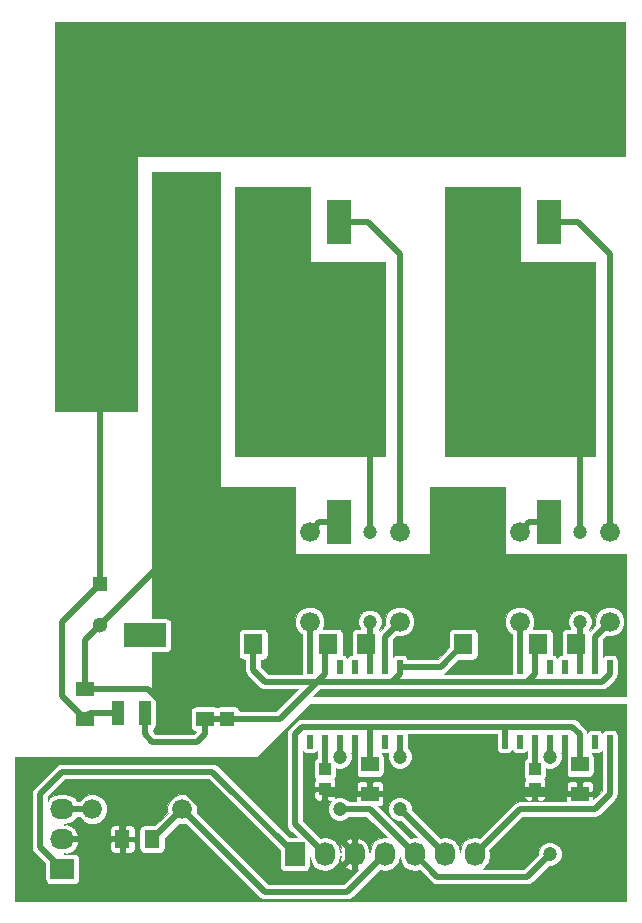
<source format=gbr>
G04 #@! TF.FileFunction,Copper,L2,Bot,Signal*
%FSLAX46Y46*%
G04 Gerber Fmt 4.6, Leading zero omitted, Abs format (unit mm)*
G04 Created by KiCad (PCBNEW 4.0.2-stable) date 2016/07/13 17:42:33*
%MOMM*%
G01*
G04 APERTURE LIST*
%ADD10C,0.100000*%
%ADD11C,1.300000*%
%ADD12R,1.300000X1.300000*%
%ADD13R,2.032000X1.727200*%
%ADD14O,2.032000X1.727200*%
%ADD15R,1.727200X2.032000*%
%ADD16O,1.727200X2.032000*%
%ADD17R,1.500000X1.300000*%
%ADD18R,1.600000X1.800000*%
%ADD19R,1.300000X1.500000*%
%ADD20R,1.998980X3.799840*%
%ADD21R,11.501120X8.999220*%
%ADD22C,1.676400*%
%ADD23R,3.657600X2.032000*%
%ADD24R,1.016000X2.032000*%
%ADD25R,0.508000X1.143000*%
%ADD26R,1.000000X1.100000*%
%ADD27C,1.200000*%
%ADD28C,0.500000*%
%ADD29C,0.025400*%
G04 APERTURE END LIST*
D10*
D11*
X78740000Y-72715000D03*
D12*
X78740000Y-69215000D03*
D13*
X75565000Y-93345000D03*
D14*
X75565000Y-90805000D03*
X75565000Y-88265000D03*
D15*
X95250000Y-92075000D03*
D16*
X97790000Y-92075000D03*
X100330000Y-92075000D03*
X102870000Y-92075000D03*
X105410000Y-92075000D03*
X107950000Y-92075000D03*
X110490000Y-92075000D03*
D11*
X89535000Y-77145000D03*
D12*
X89535000Y-80645000D03*
D17*
X101600000Y-84475000D03*
X101600000Y-86975000D03*
X119380000Y-84475000D03*
X119380000Y-86975000D03*
X77470000Y-80625000D03*
X77470000Y-78125000D03*
X87630000Y-80625000D03*
X87630000Y-78125000D03*
D18*
X98095000Y-74295000D03*
X101295000Y-74295000D03*
X109525000Y-74295000D03*
X112725000Y-74295000D03*
X115875000Y-74295000D03*
X119075000Y-74295000D03*
X91745000Y-74295000D03*
X94945000Y-74295000D03*
D19*
X80665000Y-90805000D03*
X83165000Y-90805000D03*
D12*
X78740000Y-53340000D03*
D11*
X86240000Y-53340000D03*
D12*
X78740000Y-35560000D03*
D11*
X86240000Y-35560000D03*
D20*
X99019360Y-38569900D03*
X94020640Y-38569900D03*
D21*
X96520000Y-27470100D03*
D20*
X99019360Y-63969900D03*
X94020640Y-63969900D03*
D21*
X96520000Y-52870100D03*
D20*
X116799360Y-38569900D03*
X111800640Y-38569900D03*
D21*
X114300000Y-27470100D03*
D20*
X116799360Y-63969900D03*
X111800640Y-63969900D03*
D21*
X114300000Y-52870100D03*
D22*
X104140000Y-64770000D03*
X104140000Y-72390000D03*
X96520000Y-64770000D03*
X96520000Y-72390000D03*
X121920000Y-64770000D03*
X121920000Y-72390000D03*
X114300000Y-64770000D03*
X114300000Y-72390000D03*
X78105000Y-88265000D03*
X85725000Y-88265000D03*
D23*
X82550000Y-73533000D03*
D24*
X82550000Y-80137000D03*
X80264000Y-80137000D03*
X84836000Y-80137000D03*
D25*
X104140000Y-76200000D03*
X101600000Y-76200000D03*
X100330000Y-76200000D03*
X99060000Y-76200000D03*
X97790000Y-76200000D03*
X96520000Y-76200000D03*
X95250000Y-76200000D03*
X95250000Y-82550000D03*
X96520000Y-82550000D03*
X97790000Y-82550000D03*
X99060000Y-82550000D03*
X100330000Y-82550000D03*
X101600000Y-82550000D03*
X102870000Y-82550000D03*
X104140000Y-82550000D03*
X102870000Y-76200000D03*
X121920000Y-76200000D03*
X119380000Y-76200000D03*
X118110000Y-76200000D03*
X116840000Y-76200000D03*
X115570000Y-76200000D03*
X114300000Y-76200000D03*
X113030000Y-76200000D03*
X113030000Y-82550000D03*
X114300000Y-82550000D03*
X115570000Y-82550000D03*
X116840000Y-82550000D03*
X118110000Y-82550000D03*
X119380000Y-82550000D03*
X120650000Y-82550000D03*
X121920000Y-82550000D03*
X120650000Y-76200000D03*
D26*
X97790000Y-84875000D03*
X97790000Y-86575000D03*
X115570000Y-84875000D03*
X115570000Y-86575000D03*
D27*
X101600000Y-72390000D03*
X101600000Y-64770000D03*
X119380000Y-72390000D03*
X119380000Y-64770000D03*
X116840000Y-83820000D03*
X116840000Y-92075000D03*
X99060000Y-83820000D03*
X99060000Y-88265000D03*
X104140000Y-83820000D03*
X104140000Y-88265000D03*
D28*
X97790000Y-92075000D02*
X95250000Y-89535000D01*
X95250000Y-89535000D02*
X95250000Y-82550000D01*
X95250000Y-89535000D02*
X95250000Y-82550000D01*
X101600000Y-84475000D02*
X101600000Y-82550000D01*
X119380000Y-82550000D02*
X119380000Y-84475000D01*
X101600000Y-82550000D02*
X101600000Y-81280000D01*
X113030000Y-82550000D02*
X113030000Y-81280000D01*
X95250000Y-82550000D02*
X95250000Y-81915000D01*
X119380000Y-81915000D02*
X119380000Y-82550000D01*
X118745000Y-81280000D02*
X119380000Y-81915000D01*
X95885000Y-81280000D02*
X101600000Y-81280000D01*
X101600000Y-81280000D02*
X113030000Y-81280000D01*
X113030000Y-81280000D02*
X118745000Y-81280000D01*
X95250000Y-81915000D02*
X95885000Y-81280000D01*
X100330000Y-92075000D02*
X98425000Y-93980000D01*
X80665000Y-88880000D02*
X80665000Y-90805000D01*
X83185000Y-86360000D02*
X80665000Y-88880000D01*
X85725000Y-86360000D02*
X83185000Y-86360000D01*
X93345000Y-93980000D02*
X85725000Y-86360000D01*
X98425000Y-93980000D02*
X93345000Y-93980000D01*
X75565000Y-90805000D02*
X80665000Y-90805000D01*
X100330000Y-92075000D02*
X97790000Y-89535000D01*
X97790000Y-89535000D02*
X97790000Y-86575000D01*
X100330000Y-82550000D02*
X100330000Y-86995000D01*
X100330000Y-86995000D02*
X100330000Y-86975000D01*
X114935000Y-86975000D02*
X115170000Y-86975000D01*
X115170000Y-86975000D02*
X115570000Y-86575000D01*
X97790000Y-86575000D02*
X98190000Y-86975000D01*
X98190000Y-86975000D02*
X100330000Y-86975000D01*
X100330000Y-86975000D02*
X101600000Y-86975000D01*
X100965000Y-86995000D02*
X101580000Y-86995000D01*
X101580000Y-86995000D02*
X101600000Y-86975000D01*
X118110000Y-82550000D02*
X118110000Y-86995000D01*
X118110000Y-86995000D02*
X118110000Y-86975000D01*
X101600000Y-86975000D02*
X114935000Y-86975000D01*
X114935000Y-86975000D02*
X118110000Y-86975000D01*
X118110000Y-86975000D02*
X119380000Y-86975000D01*
X78740000Y-72715000D02*
X87485100Y-63969900D01*
X87485100Y-63969900D02*
X94020640Y-63969900D01*
X77470000Y-78125000D02*
X77470000Y-73985000D01*
X77470000Y-73985000D02*
X78740000Y-72715000D01*
X89535000Y-77145000D02*
X89535000Y-68580000D01*
X89535000Y-68455540D02*
X94020640Y-63969900D01*
X89535000Y-68580000D02*
X89535000Y-68455540D01*
X87630000Y-78125000D02*
X88610000Y-77145000D01*
X88610000Y-77145000D02*
X89535000Y-77145000D01*
X77470000Y-78125000D02*
X82824000Y-78125000D01*
X82824000Y-78125000D02*
X84836000Y-80137000D01*
X84836000Y-80137000D02*
X86848000Y-78125000D01*
X86848000Y-78125000D02*
X87630000Y-78125000D01*
X94945000Y-74295000D02*
X94020640Y-73370640D01*
X94020640Y-73370640D02*
X94020640Y-63969900D01*
X112725000Y-74295000D02*
X111800640Y-73370640D01*
X111800640Y-73370640D02*
X111800640Y-63969900D01*
X112725000Y-74295000D02*
X113030000Y-74600000D01*
X113030000Y-74600000D02*
X113030000Y-76200000D01*
X94945000Y-74295000D02*
X95250000Y-74600000D01*
X95250000Y-74600000D02*
X95250000Y-76200000D01*
X78740000Y-69215000D02*
X75565000Y-72390000D01*
X75565000Y-78720000D02*
X77470000Y-80625000D01*
X75565000Y-72390000D02*
X75565000Y-78720000D01*
X78740000Y-69215000D02*
X78740000Y-53340000D01*
X77450000Y-80645000D02*
X77470000Y-80625000D01*
X77470000Y-80625000D02*
X77958000Y-80137000D01*
X77958000Y-80137000D02*
X80264000Y-80137000D01*
X89535000Y-80645000D02*
X93980000Y-80645000D01*
X93980000Y-80645000D02*
X97155000Y-77470000D01*
X82550000Y-80137000D02*
X82550000Y-81915000D01*
X87630000Y-81915000D02*
X87630000Y-80625000D01*
X86995000Y-82550000D02*
X87630000Y-81915000D01*
X83185000Y-82550000D02*
X86995000Y-82550000D01*
X82550000Y-81915000D02*
X83185000Y-82550000D01*
X89535000Y-80645000D02*
X87650000Y-80645000D01*
X87650000Y-80645000D02*
X87630000Y-80625000D01*
X91745000Y-74295000D02*
X91745000Y-76505000D01*
X95250000Y-77470000D02*
X97155000Y-77470000D01*
X91745000Y-76505000D02*
X92710000Y-77470000D01*
X92710000Y-77470000D02*
X95250000Y-77470000D01*
X114935000Y-77470000D02*
X121285000Y-77470000D01*
X121920000Y-76835000D02*
X121920000Y-76200000D01*
X121285000Y-77470000D02*
X121920000Y-76835000D01*
X103505000Y-77470000D02*
X114935000Y-77470000D01*
X115570000Y-76835000D02*
X115570000Y-76200000D01*
X114935000Y-77470000D02*
X115570000Y-76835000D01*
X97155000Y-77470000D02*
X103505000Y-77470000D01*
X104140000Y-76835000D02*
X104140000Y-76200000D01*
X103505000Y-77470000D02*
X104140000Y-76835000D01*
X97790000Y-76835000D02*
X97790000Y-76200000D01*
X97155000Y-77470000D02*
X97790000Y-76835000D01*
X109525000Y-74295000D02*
X107620000Y-76200000D01*
X107620000Y-76200000D02*
X104140000Y-76200000D01*
X115570000Y-76200000D02*
X115570000Y-74600000D01*
X115570000Y-74600000D02*
X115875000Y-74295000D01*
X97790000Y-76200000D02*
X97790000Y-74600000D01*
X97790000Y-74600000D02*
X98095000Y-74295000D01*
X96520000Y-52870100D02*
X101600000Y-57950100D01*
X101600000Y-72390000D02*
X101600000Y-73990000D01*
X101600000Y-57950100D02*
X101600000Y-64770000D01*
X101600000Y-73990000D02*
X101295000Y-74295000D01*
X101600000Y-76200000D02*
X101600000Y-74600000D01*
X101600000Y-74600000D02*
X101295000Y-74295000D01*
X114300000Y-52870100D02*
X119380000Y-57950100D01*
X119380000Y-72390000D02*
X119380000Y-73990000D01*
X119380000Y-57950100D02*
X119380000Y-64770000D01*
X119380000Y-73990000D02*
X119075000Y-74295000D01*
X119380000Y-76200000D02*
X119380000Y-74600000D01*
X119380000Y-74600000D02*
X119075000Y-74295000D01*
X85725000Y-88265000D02*
X92710000Y-95250000D01*
X99695000Y-95250000D02*
X102870000Y-92075000D01*
X92710000Y-95250000D02*
X99695000Y-95250000D01*
X83165000Y-90805000D02*
X83185000Y-90805000D01*
X83185000Y-90805000D02*
X85725000Y-88265000D01*
X105410000Y-92075000D02*
X107315000Y-93980000D01*
X116840000Y-83820000D02*
X116840000Y-82550000D01*
X116840000Y-92075000D02*
X114935000Y-93980000D01*
X107315000Y-93980000D02*
X114935000Y-93980000D01*
X105410000Y-92075000D02*
X101600000Y-88265000D01*
X99060000Y-83820000D02*
X99060000Y-82550000D01*
X101600000Y-88265000D02*
X99060000Y-88265000D01*
X107950000Y-92075000D02*
X104140000Y-88265000D01*
X104140000Y-83820000D02*
X104140000Y-82550000D01*
X110490000Y-92075000D02*
X114300000Y-88265000D01*
X121920000Y-86995000D02*
X121920000Y-82550000D01*
X120650000Y-88265000D02*
X121920000Y-86995000D01*
X114300000Y-88265000D02*
X120650000Y-88265000D01*
X75565000Y-93345000D02*
X73660000Y-91440000D01*
X88265000Y-85090000D02*
X95250000Y-92075000D01*
X75565000Y-85090000D02*
X88265000Y-85090000D01*
X73660000Y-86995000D02*
X75565000Y-85090000D01*
X73660000Y-91440000D02*
X73660000Y-86995000D01*
X75565000Y-88265000D02*
X78105000Y-88265000D01*
X104140000Y-64770000D02*
X104140000Y-41275000D01*
X101434900Y-38569900D02*
X99019360Y-38569900D01*
X104140000Y-41275000D02*
X101434900Y-38569900D01*
X96520000Y-64770000D02*
X97320100Y-63969900D01*
X97320100Y-63969900D02*
X99019360Y-63969900D01*
X121920000Y-64770000D02*
X121920000Y-41275000D01*
X119214900Y-38569900D02*
X116799360Y-38569900D01*
X121920000Y-41275000D02*
X119214900Y-38569900D01*
X114300000Y-64770000D02*
X115100100Y-63969900D01*
X115100100Y-63969900D02*
X116799360Y-63969900D01*
X97790000Y-84875000D02*
X97790000Y-82550000D01*
X115570000Y-84875000D02*
X115570000Y-82550000D01*
X102870000Y-76200000D02*
X102870000Y-73660000D01*
X102870000Y-73660000D02*
X104140000Y-72390000D01*
X96520000Y-76200000D02*
X96520000Y-72390000D01*
X120650000Y-76200000D02*
X120650000Y-73660000D01*
X120650000Y-73660000D02*
X121920000Y-72390000D01*
X114300000Y-72390000D02*
X114300000Y-76200000D01*
D29*
G36*
X96507300Y-41910000D02*
X96508301Y-41914941D01*
X96511145Y-41919103D01*
X96515384Y-41921831D01*
X96520000Y-41922700D01*
X102857300Y-41922700D01*
X102857300Y-58407300D01*
X90182700Y-58407300D01*
X90182700Y-35572700D01*
X96507300Y-35572700D01*
X96507300Y-41910000D01*
X96507300Y-41910000D01*
G37*
X96507300Y-41910000D02*
X96508301Y-41914941D01*
X96511145Y-41919103D01*
X96515384Y-41921831D01*
X96520000Y-41922700D01*
X102857300Y-41922700D01*
X102857300Y-58407300D01*
X90182700Y-58407300D01*
X90182700Y-35572700D01*
X96507300Y-35572700D01*
X96507300Y-41910000D01*
G36*
X114287300Y-41910000D02*
X114288301Y-41914941D01*
X114291145Y-41919103D01*
X114295384Y-41921831D01*
X114300000Y-41922700D01*
X120637300Y-41922700D01*
X120637300Y-58407300D01*
X107962700Y-58407300D01*
X107962700Y-35572700D01*
X114287300Y-35572700D01*
X114287300Y-41910000D01*
X114287300Y-41910000D01*
G37*
X114287300Y-41910000D02*
X114288301Y-41914941D01*
X114291145Y-41919103D01*
X114295384Y-41921831D01*
X114300000Y-41922700D01*
X120637300Y-41922700D01*
X120637300Y-58407300D01*
X107962700Y-58407300D01*
X107962700Y-35572700D01*
X114287300Y-35572700D01*
X114287300Y-41910000D01*
G36*
X88887300Y-60960000D02*
X88888301Y-60964941D01*
X88891145Y-60969103D01*
X88895384Y-60971831D01*
X88900000Y-60972700D01*
X95237300Y-60972700D01*
X95237300Y-66675000D01*
X95238301Y-66679941D01*
X95241145Y-66684103D01*
X95245384Y-66686831D01*
X95250000Y-66687700D01*
X106680000Y-66687700D01*
X106684941Y-66686699D01*
X106689103Y-66683855D01*
X106691831Y-66679616D01*
X106692700Y-66675000D01*
X106692700Y-60972700D01*
X113017300Y-60972700D01*
X113017300Y-66675000D01*
X113018301Y-66679941D01*
X113021145Y-66684103D01*
X113025384Y-66686831D01*
X113030000Y-66687700D01*
X123337300Y-66687700D01*
X123337300Y-78727300D01*
X96834900Y-78727300D01*
X97429500Y-78132700D01*
X121285000Y-78132700D01*
X121538605Y-78082255D01*
X121753600Y-77938600D01*
X122388597Y-77303602D01*
X122388600Y-77303600D01*
X122532255Y-77088604D01*
X122555131Y-76973600D01*
X122582701Y-76835000D01*
X122582700Y-76834995D01*
X122582700Y-76831177D01*
X122594785Y-76771500D01*
X122594785Y-75628500D01*
X122566008Y-75475563D01*
X122475622Y-75335099D01*
X122337709Y-75240867D01*
X122174000Y-75207715D01*
X121666000Y-75207715D01*
X121513063Y-75236492D01*
X121372599Y-75326878D01*
X121312700Y-75414543D01*
X121312700Y-73934500D01*
X121625169Y-73622031D01*
X121670089Y-73640683D01*
X122167728Y-73641117D01*
X122627652Y-73451080D01*
X122979843Y-73099503D01*
X123170683Y-72639911D01*
X123171117Y-72142272D01*
X122981080Y-71682348D01*
X122629503Y-71330157D01*
X122169911Y-71139317D01*
X121672272Y-71138883D01*
X121212348Y-71328920D01*
X120860157Y-71680497D01*
X120669317Y-72140089D01*
X120668883Y-72637728D01*
X120688235Y-72684565D01*
X120213653Y-73159147D01*
X120176622Y-73101599D01*
X120131481Y-73070755D01*
X120238025Y-72964397D01*
X120392524Y-72592322D01*
X120392875Y-72189445D01*
X120239026Y-71817101D01*
X119954397Y-71531975D01*
X119582322Y-71377476D01*
X119179445Y-71377125D01*
X118807101Y-71530974D01*
X118521975Y-71815603D01*
X118367476Y-72187678D01*
X118367125Y-72590555D01*
X118520974Y-72962899D01*
X118532270Y-72974215D01*
X118275000Y-72974215D01*
X118122063Y-73002992D01*
X117981599Y-73093378D01*
X117887367Y-73231291D01*
X117854215Y-73395000D01*
X117854215Y-75195000D01*
X117856607Y-75207715D01*
X117856000Y-75207715D01*
X117703063Y-75236492D01*
X117562599Y-75326878D01*
X117473882Y-75456719D01*
X117395622Y-75335099D01*
X117257709Y-75240867D01*
X117094000Y-75207715D01*
X117093210Y-75207715D01*
X117095785Y-75195000D01*
X117095785Y-73395000D01*
X117067008Y-73242063D01*
X116976622Y-73101599D01*
X116838709Y-73007367D01*
X116675000Y-72974215D01*
X115411867Y-72974215D01*
X115550683Y-72639911D01*
X115551117Y-72142272D01*
X115361080Y-71682348D01*
X115009503Y-71330157D01*
X114549911Y-71139317D01*
X114052272Y-71138883D01*
X113592348Y-71328920D01*
X113240157Y-71680497D01*
X113049317Y-72140089D01*
X113048883Y-72637728D01*
X113238920Y-73097652D01*
X113590497Y-73449843D01*
X113637300Y-73469277D01*
X113637300Y-75568823D01*
X113625215Y-75628500D01*
X113625215Y-76771500D01*
X113631951Y-76807300D01*
X107881021Y-76807300D01*
X108088600Y-76668600D01*
X109141415Y-75615785D01*
X110325000Y-75615785D01*
X110477937Y-75587008D01*
X110618401Y-75496622D01*
X110712633Y-75358709D01*
X110745785Y-75195000D01*
X110745785Y-73395000D01*
X110717008Y-73242063D01*
X110626622Y-73101599D01*
X110488709Y-73007367D01*
X110325000Y-72974215D01*
X108725000Y-72974215D01*
X108572063Y-73002992D01*
X108431599Y-73093378D01*
X108337367Y-73231291D01*
X108304215Y-73395000D01*
X108304215Y-74578585D01*
X107345500Y-75537300D01*
X104797625Y-75537300D01*
X104786008Y-75475563D01*
X104695622Y-75335099D01*
X104557709Y-75240867D01*
X104394000Y-75207715D01*
X103886000Y-75207715D01*
X103733063Y-75236492D01*
X103592599Y-75326878D01*
X103532700Y-75414543D01*
X103532700Y-73934500D01*
X103845169Y-73622031D01*
X103890089Y-73640683D01*
X104387728Y-73641117D01*
X104847652Y-73451080D01*
X105199843Y-73099503D01*
X105390683Y-72639911D01*
X105391117Y-72142272D01*
X105201080Y-71682348D01*
X104849503Y-71330157D01*
X104389911Y-71139317D01*
X103892272Y-71138883D01*
X103432348Y-71328920D01*
X103080157Y-71680497D01*
X102889317Y-72140089D01*
X102888883Y-72637728D01*
X102908235Y-72684565D01*
X102433653Y-73159147D01*
X102396622Y-73101599D01*
X102351481Y-73070755D01*
X102458025Y-72964397D01*
X102612524Y-72592322D01*
X102612875Y-72189445D01*
X102459026Y-71817101D01*
X102174397Y-71531975D01*
X101802322Y-71377476D01*
X101399445Y-71377125D01*
X101027101Y-71530974D01*
X100741975Y-71815603D01*
X100587476Y-72187678D01*
X100587125Y-72590555D01*
X100740974Y-72962899D01*
X100752270Y-72974215D01*
X100495000Y-72974215D01*
X100342063Y-73002992D01*
X100201599Y-73093378D01*
X100107367Y-73231291D01*
X100074215Y-73395000D01*
X100074215Y-75195000D01*
X100076607Y-75207715D01*
X100076000Y-75207715D01*
X99923063Y-75236492D01*
X99782599Y-75326878D01*
X99693882Y-75456719D01*
X99615622Y-75335099D01*
X99477709Y-75240867D01*
X99314000Y-75207715D01*
X99313210Y-75207715D01*
X99315785Y-75195000D01*
X99315785Y-73395000D01*
X99287008Y-73242063D01*
X99196622Y-73101599D01*
X99058709Y-73007367D01*
X98895000Y-72974215D01*
X97631867Y-72974215D01*
X97770683Y-72639911D01*
X97771117Y-72142272D01*
X97581080Y-71682348D01*
X97229503Y-71330157D01*
X96769911Y-71139317D01*
X96272272Y-71138883D01*
X95812348Y-71328920D01*
X95460157Y-71680497D01*
X95269317Y-72140089D01*
X95268883Y-72637728D01*
X95458920Y-73097652D01*
X95810497Y-73449843D01*
X95857300Y-73469277D01*
X95857300Y-75568823D01*
X95845215Y-75628500D01*
X95845215Y-76771500D01*
X95851951Y-76807300D01*
X92984500Y-76807300D01*
X92407700Y-76230500D01*
X92407700Y-75615785D01*
X92545000Y-75615785D01*
X92697937Y-75587008D01*
X92838401Y-75496622D01*
X92932633Y-75358709D01*
X92965785Y-75195000D01*
X92965785Y-73395000D01*
X92937008Y-73242063D01*
X92846622Y-73101599D01*
X92708709Y-73007367D01*
X92545000Y-72974215D01*
X90945000Y-72974215D01*
X90792063Y-73002992D01*
X90651599Y-73093378D01*
X90557367Y-73231291D01*
X90524215Y-73395000D01*
X90524215Y-75195000D01*
X90552992Y-75347937D01*
X90643378Y-75488401D01*
X90781291Y-75582633D01*
X90945000Y-75615785D01*
X91082300Y-75615785D01*
X91082300Y-76505000D01*
X91132745Y-76758605D01*
X91276400Y-76973600D01*
X92241400Y-77938600D01*
X92456395Y-78082255D01*
X92710000Y-78132700D01*
X95555100Y-78132700D01*
X93705500Y-79982300D01*
X90603395Y-79982300D01*
X90577008Y-79842063D01*
X90486622Y-79701599D01*
X90348709Y-79607367D01*
X90185000Y-79574215D01*
X88885000Y-79574215D01*
X88732063Y-79602992D01*
X88646838Y-79657832D01*
X88543709Y-79587367D01*
X88380000Y-79554215D01*
X86880000Y-79554215D01*
X86727063Y-79582992D01*
X86586599Y-79673378D01*
X86492367Y-79811291D01*
X86459215Y-79975000D01*
X86459215Y-81275000D01*
X86487992Y-81427937D01*
X86578378Y-81568401D01*
X86716291Y-81662633D01*
X86880000Y-81695785D01*
X86912016Y-81695785D01*
X86720500Y-81887300D01*
X83459499Y-81887300D01*
X83212700Y-81640500D01*
X83212700Y-81543874D01*
X83351401Y-81454622D01*
X83445633Y-81316709D01*
X83478785Y-81153000D01*
X83478785Y-79121000D01*
X83450008Y-78968063D01*
X83359622Y-78827599D01*
X83221709Y-78733367D01*
X83197700Y-78728505D01*
X83197700Y-74969785D01*
X84378800Y-74969785D01*
X84531737Y-74941008D01*
X84672201Y-74850622D01*
X84766433Y-74712709D01*
X84799585Y-74549000D01*
X84799585Y-72517000D01*
X84770808Y-72364063D01*
X84680422Y-72223599D01*
X84542509Y-72129367D01*
X84378800Y-72096215D01*
X83197700Y-72096215D01*
X83197700Y-34302700D01*
X88887300Y-34302700D01*
X88887300Y-60960000D01*
X88887300Y-60960000D01*
G37*
X88887300Y-60960000D02*
X88888301Y-60964941D01*
X88891145Y-60969103D01*
X88895384Y-60971831D01*
X88900000Y-60972700D01*
X95237300Y-60972700D01*
X95237300Y-66675000D01*
X95238301Y-66679941D01*
X95241145Y-66684103D01*
X95245384Y-66686831D01*
X95250000Y-66687700D01*
X106680000Y-66687700D01*
X106684941Y-66686699D01*
X106689103Y-66683855D01*
X106691831Y-66679616D01*
X106692700Y-66675000D01*
X106692700Y-60972700D01*
X113017300Y-60972700D01*
X113017300Y-66675000D01*
X113018301Y-66679941D01*
X113021145Y-66684103D01*
X113025384Y-66686831D01*
X113030000Y-66687700D01*
X123337300Y-66687700D01*
X123337300Y-78727300D01*
X96834900Y-78727300D01*
X97429500Y-78132700D01*
X121285000Y-78132700D01*
X121538605Y-78082255D01*
X121753600Y-77938600D01*
X122388597Y-77303602D01*
X122388600Y-77303600D01*
X122532255Y-77088604D01*
X122555131Y-76973600D01*
X122582701Y-76835000D01*
X122582700Y-76834995D01*
X122582700Y-76831177D01*
X122594785Y-76771500D01*
X122594785Y-75628500D01*
X122566008Y-75475563D01*
X122475622Y-75335099D01*
X122337709Y-75240867D01*
X122174000Y-75207715D01*
X121666000Y-75207715D01*
X121513063Y-75236492D01*
X121372599Y-75326878D01*
X121312700Y-75414543D01*
X121312700Y-73934500D01*
X121625169Y-73622031D01*
X121670089Y-73640683D01*
X122167728Y-73641117D01*
X122627652Y-73451080D01*
X122979843Y-73099503D01*
X123170683Y-72639911D01*
X123171117Y-72142272D01*
X122981080Y-71682348D01*
X122629503Y-71330157D01*
X122169911Y-71139317D01*
X121672272Y-71138883D01*
X121212348Y-71328920D01*
X120860157Y-71680497D01*
X120669317Y-72140089D01*
X120668883Y-72637728D01*
X120688235Y-72684565D01*
X120213653Y-73159147D01*
X120176622Y-73101599D01*
X120131481Y-73070755D01*
X120238025Y-72964397D01*
X120392524Y-72592322D01*
X120392875Y-72189445D01*
X120239026Y-71817101D01*
X119954397Y-71531975D01*
X119582322Y-71377476D01*
X119179445Y-71377125D01*
X118807101Y-71530974D01*
X118521975Y-71815603D01*
X118367476Y-72187678D01*
X118367125Y-72590555D01*
X118520974Y-72962899D01*
X118532270Y-72974215D01*
X118275000Y-72974215D01*
X118122063Y-73002992D01*
X117981599Y-73093378D01*
X117887367Y-73231291D01*
X117854215Y-73395000D01*
X117854215Y-75195000D01*
X117856607Y-75207715D01*
X117856000Y-75207715D01*
X117703063Y-75236492D01*
X117562599Y-75326878D01*
X117473882Y-75456719D01*
X117395622Y-75335099D01*
X117257709Y-75240867D01*
X117094000Y-75207715D01*
X117093210Y-75207715D01*
X117095785Y-75195000D01*
X117095785Y-73395000D01*
X117067008Y-73242063D01*
X116976622Y-73101599D01*
X116838709Y-73007367D01*
X116675000Y-72974215D01*
X115411867Y-72974215D01*
X115550683Y-72639911D01*
X115551117Y-72142272D01*
X115361080Y-71682348D01*
X115009503Y-71330157D01*
X114549911Y-71139317D01*
X114052272Y-71138883D01*
X113592348Y-71328920D01*
X113240157Y-71680497D01*
X113049317Y-72140089D01*
X113048883Y-72637728D01*
X113238920Y-73097652D01*
X113590497Y-73449843D01*
X113637300Y-73469277D01*
X113637300Y-75568823D01*
X113625215Y-75628500D01*
X113625215Y-76771500D01*
X113631951Y-76807300D01*
X107881021Y-76807300D01*
X108088600Y-76668600D01*
X109141415Y-75615785D01*
X110325000Y-75615785D01*
X110477937Y-75587008D01*
X110618401Y-75496622D01*
X110712633Y-75358709D01*
X110745785Y-75195000D01*
X110745785Y-73395000D01*
X110717008Y-73242063D01*
X110626622Y-73101599D01*
X110488709Y-73007367D01*
X110325000Y-72974215D01*
X108725000Y-72974215D01*
X108572063Y-73002992D01*
X108431599Y-73093378D01*
X108337367Y-73231291D01*
X108304215Y-73395000D01*
X108304215Y-74578585D01*
X107345500Y-75537300D01*
X104797625Y-75537300D01*
X104786008Y-75475563D01*
X104695622Y-75335099D01*
X104557709Y-75240867D01*
X104394000Y-75207715D01*
X103886000Y-75207715D01*
X103733063Y-75236492D01*
X103592599Y-75326878D01*
X103532700Y-75414543D01*
X103532700Y-73934500D01*
X103845169Y-73622031D01*
X103890089Y-73640683D01*
X104387728Y-73641117D01*
X104847652Y-73451080D01*
X105199843Y-73099503D01*
X105390683Y-72639911D01*
X105391117Y-72142272D01*
X105201080Y-71682348D01*
X104849503Y-71330157D01*
X104389911Y-71139317D01*
X103892272Y-71138883D01*
X103432348Y-71328920D01*
X103080157Y-71680497D01*
X102889317Y-72140089D01*
X102888883Y-72637728D01*
X102908235Y-72684565D01*
X102433653Y-73159147D01*
X102396622Y-73101599D01*
X102351481Y-73070755D01*
X102458025Y-72964397D01*
X102612524Y-72592322D01*
X102612875Y-72189445D01*
X102459026Y-71817101D01*
X102174397Y-71531975D01*
X101802322Y-71377476D01*
X101399445Y-71377125D01*
X101027101Y-71530974D01*
X100741975Y-71815603D01*
X100587476Y-72187678D01*
X100587125Y-72590555D01*
X100740974Y-72962899D01*
X100752270Y-72974215D01*
X100495000Y-72974215D01*
X100342063Y-73002992D01*
X100201599Y-73093378D01*
X100107367Y-73231291D01*
X100074215Y-73395000D01*
X100074215Y-75195000D01*
X100076607Y-75207715D01*
X100076000Y-75207715D01*
X99923063Y-75236492D01*
X99782599Y-75326878D01*
X99693882Y-75456719D01*
X99615622Y-75335099D01*
X99477709Y-75240867D01*
X99314000Y-75207715D01*
X99313210Y-75207715D01*
X99315785Y-75195000D01*
X99315785Y-73395000D01*
X99287008Y-73242063D01*
X99196622Y-73101599D01*
X99058709Y-73007367D01*
X98895000Y-72974215D01*
X97631867Y-72974215D01*
X97770683Y-72639911D01*
X97771117Y-72142272D01*
X97581080Y-71682348D01*
X97229503Y-71330157D01*
X96769911Y-71139317D01*
X96272272Y-71138883D01*
X95812348Y-71328920D01*
X95460157Y-71680497D01*
X95269317Y-72140089D01*
X95268883Y-72637728D01*
X95458920Y-73097652D01*
X95810497Y-73449843D01*
X95857300Y-73469277D01*
X95857300Y-75568823D01*
X95845215Y-75628500D01*
X95845215Y-76771500D01*
X95851951Y-76807300D01*
X92984500Y-76807300D01*
X92407700Y-76230500D01*
X92407700Y-75615785D01*
X92545000Y-75615785D01*
X92697937Y-75587008D01*
X92838401Y-75496622D01*
X92932633Y-75358709D01*
X92965785Y-75195000D01*
X92965785Y-73395000D01*
X92937008Y-73242063D01*
X92846622Y-73101599D01*
X92708709Y-73007367D01*
X92545000Y-72974215D01*
X90945000Y-72974215D01*
X90792063Y-73002992D01*
X90651599Y-73093378D01*
X90557367Y-73231291D01*
X90524215Y-73395000D01*
X90524215Y-75195000D01*
X90552992Y-75347937D01*
X90643378Y-75488401D01*
X90781291Y-75582633D01*
X90945000Y-75615785D01*
X91082300Y-75615785D01*
X91082300Y-76505000D01*
X91132745Y-76758605D01*
X91276400Y-76973600D01*
X92241400Y-77938600D01*
X92456395Y-78082255D01*
X92710000Y-78132700D01*
X95555100Y-78132700D01*
X93705500Y-79982300D01*
X90603395Y-79982300D01*
X90577008Y-79842063D01*
X90486622Y-79701599D01*
X90348709Y-79607367D01*
X90185000Y-79574215D01*
X88885000Y-79574215D01*
X88732063Y-79602992D01*
X88646838Y-79657832D01*
X88543709Y-79587367D01*
X88380000Y-79554215D01*
X86880000Y-79554215D01*
X86727063Y-79582992D01*
X86586599Y-79673378D01*
X86492367Y-79811291D01*
X86459215Y-79975000D01*
X86459215Y-81275000D01*
X86487992Y-81427937D01*
X86578378Y-81568401D01*
X86716291Y-81662633D01*
X86880000Y-81695785D01*
X86912016Y-81695785D01*
X86720500Y-81887300D01*
X83459499Y-81887300D01*
X83212700Y-81640500D01*
X83212700Y-81543874D01*
X83351401Y-81454622D01*
X83445633Y-81316709D01*
X83478785Y-81153000D01*
X83478785Y-79121000D01*
X83450008Y-78968063D01*
X83359622Y-78827599D01*
X83221709Y-78733367D01*
X83197700Y-78728505D01*
X83197700Y-74969785D01*
X84378800Y-74969785D01*
X84531737Y-74941008D01*
X84672201Y-74850622D01*
X84766433Y-74712709D01*
X84799585Y-74549000D01*
X84799585Y-72517000D01*
X84770808Y-72364063D01*
X84680422Y-72223599D01*
X84542509Y-72129367D01*
X84378800Y-72096215D01*
X83197700Y-72096215D01*
X83197700Y-34302700D01*
X88887300Y-34302700D01*
X88887300Y-60960000D01*
G36*
X123177300Y-33007300D02*
X81915000Y-33007300D01*
X81910059Y-33008301D01*
X81905897Y-33011145D01*
X81903169Y-33015384D01*
X81902300Y-33020000D01*
X81902300Y-54597300D01*
X74942700Y-54597300D01*
X74942700Y-21602700D01*
X123177300Y-21602700D01*
X123177300Y-33007300D01*
X123177300Y-33007300D01*
G37*
X123177300Y-33007300D02*
X81915000Y-33007300D01*
X81910059Y-33008301D01*
X81905897Y-33011145D01*
X81903169Y-33015384D01*
X81902300Y-33020000D01*
X81902300Y-54597300D01*
X74942700Y-54597300D01*
X74942700Y-21602700D01*
X123177300Y-21602700D01*
X123177300Y-33007300D01*
G36*
X123337300Y-96032300D02*
X71607700Y-96032300D01*
X71607700Y-86995000D01*
X72997300Y-86995000D01*
X72997300Y-91440000D01*
X73047745Y-91693605D01*
X73191400Y-91908600D01*
X74128215Y-92845415D01*
X74128215Y-94208600D01*
X74156992Y-94361537D01*
X74247378Y-94502001D01*
X74385291Y-94596233D01*
X74549000Y-94629385D01*
X76581000Y-94629385D01*
X76733937Y-94600608D01*
X76874401Y-94510222D01*
X76968633Y-94372309D01*
X77001785Y-94208600D01*
X77001785Y-92481400D01*
X76973008Y-92328463D01*
X76882622Y-92187999D01*
X76744709Y-92093767D01*
X76581000Y-92060615D01*
X75752302Y-92060615D01*
X75752302Y-91975566D01*
X75951127Y-92057599D01*
X76412684Y-91872807D01*
X76768391Y-91525451D01*
X76935039Y-91187490D01*
X76906961Y-91095475D01*
X79602300Y-91095475D01*
X79602300Y-91637091D01*
X79665130Y-91788776D01*
X79781224Y-91904870D01*
X79932909Y-91967700D01*
X80374525Y-91967700D01*
X80477700Y-91864525D01*
X80477700Y-90992300D01*
X80852300Y-90992300D01*
X80852300Y-91864525D01*
X80955475Y-91967700D01*
X81397091Y-91967700D01*
X81548776Y-91904870D01*
X81664870Y-91788776D01*
X81727700Y-91637091D01*
X81727700Y-91095475D01*
X81624525Y-90992300D01*
X80852300Y-90992300D01*
X80477700Y-90992300D01*
X79705475Y-90992300D01*
X79602300Y-91095475D01*
X76906961Y-91095475D01*
X76875476Y-90992300D01*
X75752300Y-90992300D01*
X75752300Y-91012300D01*
X75377700Y-91012300D01*
X75377700Y-90992300D01*
X75357700Y-90992300D01*
X75357700Y-90617700D01*
X75377700Y-90617700D01*
X75377700Y-90597700D01*
X75752300Y-90597700D01*
X75752300Y-90617700D01*
X76875476Y-90617700D01*
X76935039Y-90422510D01*
X76768391Y-90084549D01*
X76654067Y-89972909D01*
X79602300Y-89972909D01*
X79602300Y-90514525D01*
X79705475Y-90617700D01*
X80477700Y-90617700D01*
X80477700Y-89745475D01*
X80852300Y-89745475D01*
X80852300Y-90617700D01*
X81624525Y-90617700D01*
X81727700Y-90514525D01*
X81727700Y-89972909D01*
X81664870Y-89821224D01*
X81548776Y-89705130D01*
X81397091Y-89642300D01*
X80955475Y-89642300D01*
X80852300Y-89745475D01*
X80477700Y-89745475D01*
X80374525Y-89642300D01*
X79932909Y-89642300D01*
X79781224Y-89705130D01*
X79665130Y-89821224D01*
X79602300Y-89972909D01*
X76654067Y-89972909D01*
X76412684Y-89737193D01*
X75951127Y-89552401D01*
X75752302Y-89634434D01*
X75752302Y-89539925D01*
X76233809Y-89444147D01*
X76647870Y-89167480D01*
X76808086Y-88927700D01*
X77025346Y-88927700D01*
X77043920Y-88972652D01*
X77395497Y-89324843D01*
X77855089Y-89515683D01*
X78352728Y-89516117D01*
X78812652Y-89326080D01*
X79164843Y-88974503D01*
X79355683Y-88514911D01*
X79356117Y-88017272D01*
X79166080Y-87557348D01*
X78814503Y-87205157D01*
X78354911Y-87014317D01*
X77857272Y-87013883D01*
X77397348Y-87203920D01*
X77045157Y-87555497D01*
X77025723Y-87602300D01*
X76808086Y-87602300D01*
X76647870Y-87362520D01*
X76233809Y-87085853D01*
X75745390Y-86988700D01*
X75384610Y-86988700D01*
X74896191Y-87085853D01*
X74482130Y-87362520D01*
X74322700Y-87601124D01*
X74322700Y-87269500D01*
X75839500Y-85752700D01*
X87990500Y-85752700D01*
X93965615Y-91727814D01*
X93965615Y-93091000D01*
X93994392Y-93243937D01*
X94084778Y-93384401D01*
X94222691Y-93478633D01*
X94386400Y-93511785D01*
X96113600Y-93511785D01*
X96266537Y-93483008D01*
X96407001Y-93392622D01*
X96501233Y-93254709D01*
X96534385Y-93091000D01*
X96534385Y-92359380D01*
X96610853Y-92743809D01*
X96887520Y-93157870D01*
X97301581Y-93434537D01*
X97790000Y-93531690D01*
X98278419Y-93434537D01*
X98692480Y-93157870D01*
X98969147Y-92743809D01*
X99064925Y-92262302D01*
X99159434Y-92262302D01*
X99077401Y-92461127D01*
X99262193Y-92922684D01*
X99609549Y-93278391D01*
X99947510Y-93445039D01*
X100142700Y-93385476D01*
X100142700Y-92262300D01*
X100122700Y-92262300D01*
X100122700Y-91887700D01*
X100142700Y-91887700D01*
X100142700Y-90764524D01*
X99947510Y-90704961D01*
X99609549Y-90871609D01*
X99262193Y-91227316D01*
X99077401Y-91688873D01*
X99159434Y-91887698D01*
X99064925Y-91887698D01*
X98969147Y-91406191D01*
X98692480Y-90992130D01*
X98278419Y-90715463D01*
X97790000Y-90618310D01*
X97356699Y-90704499D01*
X95912700Y-89260500D01*
X95912700Y-86865475D01*
X96877300Y-86865475D01*
X96877300Y-87207091D01*
X96940130Y-87358776D01*
X97056224Y-87474870D01*
X97207909Y-87537700D01*
X97499525Y-87537700D01*
X97602700Y-87434525D01*
X97602700Y-86762300D01*
X96980475Y-86762300D01*
X96877300Y-86865475D01*
X95912700Y-86865475D01*
X95912700Y-83334591D01*
X95964378Y-83414901D01*
X96102291Y-83509133D01*
X96266000Y-83542285D01*
X96774000Y-83542285D01*
X96926937Y-83513508D01*
X97067401Y-83423122D01*
X97127300Y-83335457D01*
X97127300Y-83939274D01*
X96996599Y-84023378D01*
X96902367Y-84161291D01*
X96869215Y-84325000D01*
X96869215Y-85425000D01*
X96897992Y-85577937D01*
X96988378Y-85718401D01*
X97002978Y-85728376D01*
X96940130Y-85791224D01*
X96877300Y-85942909D01*
X96877300Y-86284525D01*
X96980475Y-86387700D01*
X97602700Y-86387700D01*
X97602700Y-86367700D01*
X97977300Y-86367700D01*
X97977300Y-86387700D01*
X98599525Y-86387700D01*
X98702700Y-86284525D01*
X98702700Y-86242909D01*
X100437300Y-86242909D01*
X100437300Y-86684525D01*
X100540475Y-86787700D01*
X101412700Y-86787700D01*
X101412700Y-86015475D01*
X101787300Y-86015475D01*
X101787300Y-86787700D01*
X102659525Y-86787700D01*
X102762700Y-86684525D01*
X102762700Y-86242909D01*
X102699870Y-86091224D01*
X102583776Y-85975130D01*
X102432091Y-85912300D01*
X101890475Y-85912300D01*
X101787300Y-86015475D01*
X101412700Y-86015475D01*
X101309525Y-85912300D01*
X100767909Y-85912300D01*
X100616224Y-85975130D01*
X100500130Y-86091224D01*
X100437300Y-86242909D01*
X98702700Y-86242909D01*
X98702700Y-85942909D01*
X98639870Y-85791224D01*
X98578452Y-85729806D01*
X98583401Y-85726622D01*
X98677633Y-85588709D01*
X98710785Y-85425000D01*
X98710785Y-84771529D01*
X98857678Y-84832524D01*
X99260555Y-84832875D01*
X99632899Y-84679026D01*
X99918025Y-84394397D01*
X100072524Y-84022322D01*
X100072875Y-83619445D01*
X100037653Y-83534200D01*
X100099825Y-83534200D01*
X100203000Y-83431025D01*
X100203000Y-82737300D01*
X100122700Y-82737300D01*
X100122700Y-82362700D01*
X100203000Y-82362700D01*
X100203000Y-82342700D01*
X100457000Y-82342700D01*
X100457000Y-82362700D01*
X100537300Y-82362700D01*
X100537300Y-82737300D01*
X100457000Y-82737300D01*
X100457000Y-83431025D01*
X100553658Y-83527683D01*
X100462367Y-83661291D01*
X100429215Y-83825000D01*
X100429215Y-85125000D01*
X100457992Y-85277937D01*
X100548378Y-85418401D01*
X100686291Y-85512633D01*
X100850000Y-85545785D01*
X102350000Y-85545785D01*
X102502937Y-85517008D01*
X102643401Y-85426622D01*
X102737633Y-85288709D01*
X102770785Y-85125000D01*
X102770785Y-83825000D01*
X102742008Y-83672063D01*
X102658498Y-83542285D01*
X103124000Y-83542285D01*
X103161730Y-83535186D01*
X103127476Y-83617678D01*
X103127125Y-84020555D01*
X103280974Y-84392899D01*
X103565603Y-84678025D01*
X103937678Y-84832524D01*
X104340555Y-84832875D01*
X104712899Y-84679026D01*
X104998025Y-84394397D01*
X105152524Y-84022322D01*
X105152875Y-83619445D01*
X104999026Y-83247101D01*
X104814785Y-83062538D01*
X104814785Y-81978500D01*
X104808049Y-81942700D01*
X112362465Y-81942700D01*
X112355215Y-81978500D01*
X112355215Y-83121500D01*
X112383992Y-83274437D01*
X112474378Y-83414901D01*
X112612291Y-83509133D01*
X112776000Y-83542285D01*
X113284000Y-83542285D01*
X113436937Y-83513508D01*
X113577401Y-83423122D01*
X113666118Y-83293281D01*
X113744378Y-83414901D01*
X113882291Y-83509133D01*
X114046000Y-83542285D01*
X114554000Y-83542285D01*
X114706937Y-83513508D01*
X114847401Y-83423122D01*
X114907300Y-83335457D01*
X114907300Y-83939274D01*
X114776599Y-84023378D01*
X114682367Y-84161291D01*
X114649215Y-84325000D01*
X114649215Y-85425000D01*
X114677992Y-85577937D01*
X114768378Y-85718401D01*
X114782978Y-85728376D01*
X114720130Y-85791224D01*
X114657300Y-85942909D01*
X114657300Y-86284525D01*
X114760475Y-86387700D01*
X115382700Y-86387700D01*
X115382700Y-86367700D01*
X115757300Y-86367700D01*
X115757300Y-86387700D01*
X116379525Y-86387700D01*
X116482700Y-86284525D01*
X116482700Y-86242909D01*
X118217300Y-86242909D01*
X118217300Y-86684525D01*
X118320475Y-86787700D01*
X119192700Y-86787700D01*
X119192700Y-86015475D01*
X119567300Y-86015475D01*
X119567300Y-86787700D01*
X120439525Y-86787700D01*
X120542700Y-86684525D01*
X120542700Y-86242909D01*
X120479870Y-86091224D01*
X120363776Y-85975130D01*
X120212091Y-85912300D01*
X119670475Y-85912300D01*
X119567300Y-86015475D01*
X119192700Y-86015475D01*
X119089525Y-85912300D01*
X118547909Y-85912300D01*
X118396224Y-85975130D01*
X118280130Y-86091224D01*
X118217300Y-86242909D01*
X116482700Y-86242909D01*
X116482700Y-85942909D01*
X116419870Y-85791224D01*
X116358452Y-85729806D01*
X116363401Y-85726622D01*
X116457633Y-85588709D01*
X116490785Y-85425000D01*
X116490785Y-84771529D01*
X116637678Y-84832524D01*
X117040555Y-84832875D01*
X117412899Y-84679026D01*
X117698025Y-84394397D01*
X117852524Y-84022322D01*
X117852875Y-83619445D01*
X117817653Y-83534200D01*
X117879825Y-83534200D01*
X117983000Y-83431025D01*
X117983000Y-82737300D01*
X117902700Y-82737300D01*
X117902700Y-82362700D01*
X117983000Y-82362700D01*
X117983000Y-82342700D01*
X118237000Y-82342700D01*
X118237000Y-82362700D01*
X118317300Y-82362700D01*
X118317300Y-82737300D01*
X118237000Y-82737300D01*
X118237000Y-83431025D01*
X118333658Y-83527683D01*
X118242367Y-83661291D01*
X118209215Y-83825000D01*
X118209215Y-85125000D01*
X118237992Y-85277937D01*
X118328378Y-85418401D01*
X118466291Y-85512633D01*
X118630000Y-85545785D01*
X120130000Y-85545785D01*
X120282937Y-85517008D01*
X120423401Y-85426622D01*
X120517633Y-85288709D01*
X120550785Y-85125000D01*
X120550785Y-83825000D01*
X120522008Y-83672063D01*
X120438498Y-83542285D01*
X120904000Y-83542285D01*
X121056937Y-83513508D01*
X121197401Y-83423122D01*
X121257300Y-83335457D01*
X121257300Y-86720500D01*
X120542700Y-87435100D01*
X120542700Y-87265475D01*
X120439525Y-87162300D01*
X119567300Y-87162300D01*
X119567300Y-87182300D01*
X119192700Y-87182300D01*
X119192700Y-87162300D01*
X118320475Y-87162300D01*
X118217300Y-87265475D01*
X118217300Y-87602300D01*
X114300005Y-87602300D01*
X114300000Y-87602299D01*
X114046396Y-87652745D01*
X113831400Y-87796400D01*
X113831398Y-87796403D01*
X110923301Y-90704499D01*
X110490000Y-90618310D01*
X110001581Y-90715463D01*
X109587520Y-90992130D01*
X109310853Y-91406191D01*
X109220000Y-91862938D01*
X109129147Y-91406191D01*
X108852480Y-90992130D01*
X108438419Y-90715463D01*
X107950000Y-90618310D01*
X107516699Y-90704499D01*
X105152635Y-88340435D01*
X105152875Y-88064445D01*
X104999026Y-87692101D01*
X104714397Y-87406975D01*
X104342322Y-87252476D01*
X103939445Y-87252125D01*
X103567101Y-87405974D01*
X103281975Y-87690603D01*
X103127476Y-88062678D01*
X103127125Y-88465555D01*
X103280974Y-88837899D01*
X103565603Y-89123025D01*
X103937678Y-89277524D01*
X104215566Y-89277766D01*
X105592390Y-90654590D01*
X105410000Y-90618310D01*
X104976699Y-90704499D01*
X102309900Y-88037700D01*
X102432091Y-88037700D01*
X102583776Y-87974870D01*
X102699870Y-87858776D01*
X102762700Y-87707091D01*
X102762700Y-87265475D01*
X102659525Y-87162300D01*
X101787300Y-87162300D01*
X101787300Y-87182300D01*
X101412700Y-87182300D01*
X101412700Y-87162300D01*
X100540475Y-87162300D01*
X100437300Y-87265475D01*
X100437300Y-87602300D01*
X99829382Y-87602300D01*
X99634397Y-87406975D01*
X99262322Y-87252476D01*
X98859445Y-87252125D01*
X98647828Y-87339563D01*
X98702700Y-87207091D01*
X98702700Y-86865475D01*
X114657300Y-86865475D01*
X114657300Y-87207091D01*
X114720130Y-87358776D01*
X114836224Y-87474870D01*
X114987909Y-87537700D01*
X115279525Y-87537700D01*
X115382700Y-87434525D01*
X115382700Y-86762300D01*
X115757300Y-86762300D01*
X115757300Y-87434525D01*
X115860475Y-87537700D01*
X116152091Y-87537700D01*
X116303776Y-87474870D01*
X116419870Y-87358776D01*
X116482700Y-87207091D01*
X116482700Y-86865475D01*
X116379525Y-86762300D01*
X115757300Y-86762300D01*
X115382700Y-86762300D01*
X114760475Y-86762300D01*
X114657300Y-86865475D01*
X98702700Y-86865475D01*
X98599525Y-86762300D01*
X97977300Y-86762300D01*
X97977300Y-87434525D01*
X98080475Y-87537700D01*
X98355145Y-87537700D01*
X98201975Y-87690603D01*
X98047476Y-88062678D01*
X98047125Y-88465555D01*
X98200974Y-88837899D01*
X98485603Y-89123025D01*
X98857678Y-89277524D01*
X99260555Y-89277875D01*
X99632899Y-89124026D01*
X99829568Y-88927700D01*
X101325500Y-88927700D01*
X103052390Y-90654590D01*
X102870000Y-90618310D01*
X102381581Y-90715463D01*
X101967520Y-90992130D01*
X101690853Y-91406191D01*
X101595075Y-91887698D01*
X101500566Y-91887698D01*
X101582599Y-91688873D01*
X101397807Y-91227316D01*
X101050451Y-90871609D01*
X100712490Y-90704961D01*
X100517300Y-90764524D01*
X100517300Y-91887700D01*
X100537300Y-91887700D01*
X100537300Y-92262300D01*
X100517300Y-92262300D01*
X100517300Y-93385476D01*
X100597769Y-93410031D01*
X99420500Y-94587300D01*
X92984499Y-94587300D01*
X86957031Y-88559831D01*
X86975683Y-88514911D01*
X86976117Y-88017272D01*
X86786080Y-87557348D01*
X86434503Y-87205157D01*
X85974911Y-87014317D01*
X85477272Y-87013883D01*
X85017348Y-87203920D01*
X84665157Y-87555497D01*
X84474317Y-88015089D01*
X84473883Y-88512728D01*
X84493236Y-88559565D01*
X83418585Y-89634215D01*
X82515000Y-89634215D01*
X82362063Y-89662992D01*
X82221599Y-89753378D01*
X82127367Y-89891291D01*
X82094215Y-90055000D01*
X82094215Y-91555000D01*
X82122992Y-91707937D01*
X82213378Y-91848401D01*
X82351291Y-91942633D01*
X82515000Y-91975785D01*
X83815000Y-91975785D01*
X83967937Y-91947008D01*
X84108401Y-91856622D01*
X84202633Y-91718709D01*
X84235785Y-91555000D01*
X84235785Y-90691415D01*
X85430169Y-89497030D01*
X85475089Y-89515683D01*
X85972728Y-89516117D01*
X86019565Y-89496764D01*
X92241398Y-95718597D01*
X92241400Y-95718600D01*
X92456396Y-95862255D01*
X92710000Y-95912701D01*
X92710005Y-95912700D01*
X99695000Y-95912700D01*
X99948605Y-95862255D01*
X100163600Y-95718600D01*
X102436699Y-93445501D01*
X102870000Y-93531690D01*
X103358419Y-93434537D01*
X103772480Y-93157870D01*
X104049147Y-92743809D01*
X104140000Y-92287062D01*
X104230853Y-92743809D01*
X104507520Y-93157870D01*
X104921581Y-93434537D01*
X105410000Y-93531690D01*
X105843301Y-93445501D01*
X106846400Y-94448600D01*
X107061396Y-94592255D01*
X107315000Y-94642701D01*
X107315005Y-94642700D01*
X114935000Y-94642700D01*
X115188605Y-94592255D01*
X115403600Y-94448600D01*
X116764565Y-93087635D01*
X117040555Y-93087875D01*
X117412899Y-92934026D01*
X117698025Y-92649397D01*
X117852524Y-92277322D01*
X117852875Y-91874445D01*
X117699026Y-91502101D01*
X117414397Y-91216975D01*
X117042322Y-91062476D01*
X116639445Y-91062125D01*
X116267101Y-91215974D01*
X115981975Y-91500603D01*
X115827476Y-91872678D01*
X115827234Y-92150566D01*
X114660500Y-93317300D01*
X111153876Y-93317300D01*
X111392480Y-93157870D01*
X111669147Y-92743809D01*
X111766300Y-92255390D01*
X111766300Y-91894610D01*
X111739968Y-91762232D01*
X114574499Y-88927700D01*
X120650000Y-88927700D01*
X120903605Y-88877255D01*
X121118600Y-88733600D01*
X122388600Y-87463600D01*
X122532255Y-87248605D01*
X122582700Y-86995000D01*
X122582700Y-83181177D01*
X122594785Y-83121500D01*
X122594785Y-81978500D01*
X122566008Y-81825563D01*
X122475622Y-81685099D01*
X122337709Y-81590867D01*
X122174000Y-81557715D01*
X121666000Y-81557715D01*
X121513063Y-81586492D01*
X121372599Y-81676878D01*
X121283882Y-81806719D01*
X121205622Y-81685099D01*
X121067709Y-81590867D01*
X120904000Y-81557715D01*
X120396000Y-81557715D01*
X120243063Y-81586492D01*
X120102599Y-81676878D01*
X120019521Y-81798467D01*
X119992255Y-81661396D01*
X119992254Y-81661395D01*
X119848600Y-81446400D01*
X119848597Y-81446398D01*
X119213600Y-80811400D01*
X118998605Y-80667745D01*
X118745000Y-80617300D01*
X95885005Y-80617300D01*
X95885000Y-80617299D01*
X95631396Y-80667745D01*
X95416400Y-80811400D01*
X95416398Y-80811403D01*
X94781400Y-81446400D01*
X94637745Y-81661395D01*
X94626926Y-81715785D01*
X94587300Y-81915000D01*
X94587300Y-81918823D01*
X94575215Y-81978500D01*
X94575215Y-83121500D01*
X94587300Y-83185726D01*
X94587300Y-89535000D01*
X94637745Y-89788605D01*
X94781400Y-90003600D01*
X95416015Y-90638215D01*
X94750414Y-90638215D01*
X88733600Y-84621400D01*
X88518605Y-84477745D01*
X88265000Y-84427300D01*
X75565005Y-84427300D01*
X75565000Y-84427299D01*
X75311396Y-84477745D01*
X75096400Y-84621400D01*
X73191400Y-86526400D01*
X73047745Y-86741395D01*
X73023064Y-86865475D01*
X72997300Y-86995000D01*
X71607700Y-86995000D01*
X71607700Y-83832700D01*
X92075000Y-83832700D01*
X92079941Y-83831699D01*
X92083980Y-83828980D01*
X96525260Y-79387700D01*
X123337300Y-79387700D01*
X123337300Y-96032300D01*
X123337300Y-96032300D01*
G37*
X123337300Y-96032300D02*
X71607700Y-96032300D01*
X71607700Y-86995000D01*
X72997300Y-86995000D01*
X72997300Y-91440000D01*
X73047745Y-91693605D01*
X73191400Y-91908600D01*
X74128215Y-92845415D01*
X74128215Y-94208600D01*
X74156992Y-94361537D01*
X74247378Y-94502001D01*
X74385291Y-94596233D01*
X74549000Y-94629385D01*
X76581000Y-94629385D01*
X76733937Y-94600608D01*
X76874401Y-94510222D01*
X76968633Y-94372309D01*
X77001785Y-94208600D01*
X77001785Y-92481400D01*
X76973008Y-92328463D01*
X76882622Y-92187999D01*
X76744709Y-92093767D01*
X76581000Y-92060615D01*
X75752302Y-92060615D01*
X75752302Y-91975566D01*
X75951127Y-92057599D01*
X76412684Y-91872807D01*
X76768391Y-91525451D01*
X76935039Y-91187490D01*
X76906961Y-91095475D01*
X79602300Y-91095475D01*
X79602300Y-91637091D01*
X79665130Y-91788776D01*
X79781224Y-91904870D01*
X79932909Y-91967700D01*
X80374525Y-91967700D01*
X80477700Y-91864525D01*
X80477700Y-90992300D01*
X80852300Y-90992300D01*
X80852300Y-91864525D01*
X80955475Y-91967700D01*
X81397091Y-91967700D01*
X81548776Y-91904870D01*
X81664870Y-91788776D01*
X81727700Y-91637091D01*
X81727700Y-91095475D01*
X81624525Y-90992300D01*
X80852300Y-90992300D01*
X80477700Y-90992300D01*
X79705475Y-90992300D01*
X79602300Y-91095475D01*
X76906961Y-91095475D01*
X76875476Y-90992300D01*
X75752300Y-90992300D01*
X75752300Y-91012300D01*
X75377700Y-91012300D01*
X75377700Y-90992300D01*
X75357700Y-90992300D01*
X75357700Y-90617700D01*
X75377700Y-90617700D01*
X75377700Y-90597700D01*
X75752300Y-90597700D01*
X75752300Y-90617700D01*
X76875476Y-90617700D01*
X76935039Y-90422510D01*
X76768391Y-90084549D01*
X76654067Y-89972909D01*
X79602300Y-89972909D01*
X79602300Y-90514525D01*
X79705475Y-90617700D01*
X80477700Y-90617700D01*
X80477700Y-89745475D01*
X80852300Y-89745475D01*
X80852300Y-90617700D01*
X81624525Y-90617700D01*
X81727700Y-90514525D01*
X81727700Y-89972909D01*
X81664870Y-89821224D01*
X81548776Y-89705130D01*
X81397091Y-89642300D01*
X80955475Y-89642300D01*
X80852300Y-89745475D01*
X80477700Y-89745475D01*
X80374525Y-89642300D01*
X79932909Y-89642300D01*
X79781224Y-89705130D01*
X79665130Y-89821224D01*
X79602300Y-89972909D01*
X76654067Y-89972909D01*
X76412684Y-89737193D01*
X75951127Y-89552401D01*
X75752302Y-89634434D01*
X75752302Y-89539925D01*
X76233809Y-89444147D01*
X76647870Y-89167480D01*
X76808086Y-88927700D01*
X77025346Y-88927700D01*
X77043920Y-88972652D01*
X77395497Y-89324843D01*
X77855089Y-89515683D01*
X78352728Y-89516117D01*
X78812652Y-89326080D01*
X79164843Y-88974503D01*
X79355683Y-88514911D01*
X79356117Y-88017272D01*
X79166080Y-87557348D01*
X78814503Y-87205157D01*
X78354911Y-87014317D01*
X77857272Y-87013883D01*
X77397348Y-87203920D01*
X77045157Y-87555497D01*
X77025723Y-87602300D01*
X76808086Y-87602300D01*
X76647870Y-87362520D01*
X76233809Y-87085853D01*
X75745390Y-86988700D01*
X75384610Y-86988700D01*
X74896191Y-87085853D01*
X74482130Y-87362520D01*
X74322700Y-87601124D01*
X74322700Y-87269500D01*
X75839500Y-85752700D01*
X87990500Y-85752700D01*
X93965615Y-91727814D01*
X93965615Y-93091000D01*
X93994392Y-93243937D01*
X94084778Y-93384401D01*
X94222691Y-93478633D01*
X94386400Y-93511785D01*
X96113600Y-93511785D01*
X96266537Y-93483008D01*
X96407001Y-93392622D01*
X96501233Y-93254709D01*
X96534385Y-93091000D01*
X96534385Y-92359380D01*
X96610853Y-92743809D01*
X96887520Y-93157870D01*
X97301581Y-93434537D01*
X97790000Y-93531690D01*
X98278419Y-93434537D01*
X98692480Y-93157870D01*
X98969147Y-92743809D01*
X99064925Y-92262302D01*
X99159434Y-92262302D01*
X99077401Y-92461127D01*
X99262193Y-92922684D01*
X99609549Y-93278391D01*
X99947510Y-93445039D01*
X100142700Y-93385476D01*
X100142700Y-92262300D01*
X100122700Y-92262300D01*
X100122700Y-91887700D01*
X100142700Y-91887700D01*
X100142700Y-90764524D01*
X99947510Y-90704961D01*
X99609549Y-90871609D01*
X99262193Y-91227316D01*
X99077401Y-91688873D01*
X99159434Y-91887698D01*
X99064925Y-91887698D01*
X98969147Y-91406191D01*
X98692480Y-90992130D01*
X98278419Y-90715463D01*
X97790000Y-90618310D01*
X97356699Y-90704499D01*
X95912700Y-89260500D01*
X95912700Y-86865475D01*
X96877300Y-86865475D01*
X96877300Y-87207091D01*
X96940130Y-87358776D01*
X97056224Y-87474870D01*
X97207909Y-87537700D01*
X97499525Y-87537700D01*
X97602700Y-87434525D01*
X97602700Y-86762300D01*
X96980475Y-86762300D01*
X96877300Y-86865475D01*
X95912700Y-86865475D01*
X95912700Y-83334591D01*
X95964378Y-83414901D01*
X96102291Y-83509133D01*
X96266000Y-83542285D01*
X96774000Y-83542285D01*
X96926937Y-83513508D01*
X97067401Y-83423122D01*
X97127300Y-83335457D01*
X97127300Y-83939274D01*
X96996599Y-84023378D01*
X96902367Y-84161291D01*
X96869215Y-84325000D01*
X96869215Y-85425000D01*
X96897992Y-85577937D01*
X96988378Y-85718401D01*
X97002978Y-85728376D01*
X96940130Y-85791224D01*
X96877300Y-85942909D01*
X96877300Y-86284525D01*
X96980475Y-86387700D01*
X97602700Y-86387700D01*
X97602700Y-86367700D01*
X97977300Y-86367700D01*
X97977300Y-86387700D01*
X98599525Y-86387700D01*
X98702700Y-86284525D01*
X98702700Y-86242909D01*
X100437300Y-86242909D01*
X100437300Y-86684525D01*
X100540475Y-86787700D01*
X101412700Y-86787700D01*
X101412700Y-86015475D01*
X101787300Y-86015475D01*
X101787300Y-86787700D01*
X102659525Y-86787700D01*
X102762700Y-86684525D01*
X102762700Y-86242909D01*
X102699870Y-86091224D01*
X102583776Y-85975130D01*
X102432091Y-85912300D01*
X101890475Y-85912300D01*
X101787300Y-86015475D01*
X101412700Y-86015475D01*
X101309525Y-85912300D01*
X100767909Y-85912300D01*
X100616224Y-85975130D01*
X100500130Y-86091224D01*
X100437300Y-86242909D01*
X98702700Y-86242909D01*
X98702700Y-85942909D01*
X98639870Y-85791224D01*
X98578452Y-85729806D01*
X98583401Y-85726622D01*
X98677633Y-85588709D01*
X98710785Y-85425000D01*
X98710785Y-84771529D01*
X98857678Y-84832524D01*
X99260555Y-84832875D01*
X99632899Y-84679026D01*
X99918025Y-84394397D01*
X100072524Y-84022322D01*
X100072875Y-83619445D01*
X100037653Y-83534200D01*
X100099825Y-83534200D01*
X100203000Y-83431025D01*
X100203000Y-82737300D01*
X100122700Y-82737300D01*
X100122700Y-82362700D01*
X100203000Y-82362700D01*
X100203000Y-82342700D01*
X100457000Y-82342700D01*
X100457000Y-82362700D01*
X100537300Y-82362700D01*
X100537300Y-82737300D01*
X100457000Y-82737300D01*
X100457000Y-83431025D01*
X100553658Y-83527683D01*
X100462367Y-83661291D01*
X100429215Y-83825000D01*
X100429215Y-85125000D01*
X100457992Y-85277937D01*
X100548378Y-85418401D01*
X100686291Y-85512633D01*
X100850000Y-85545785D01*
X102350000Y-85545785D01*
X102502937Y-85517008D01*
X102643401Y-85426622D01*
X102737633Y-85288709D01*
X102770785Y-85125000D01*
X102770785Y-83825000D01*
X102742008Y-83672063D01*
X102658498Y-83542285D01*
X103124000Y-83542285D01*
X103161730Y-83535186D01*
X103127476Y-83617678D01*
X103127125Y-84020555D01*
X103280974Y-84392899D01*
X103565603Y-84678025D01*
X103937678Y-84832524D01*
X104340555Y-84832875D01*
X104712899Y-84679026D01*
X104998025Y-84394397D01*
X105152524Y-84022322D01*
X105152875Y-83619445D01*
X104999026Y-83247101D01*
X104814785Y-83062538D01*
X104814785Y-81978500D01*
X104808049Y-81942700D01*
X112362465Y-81942700D01*
X112355215Y-81978500D01*
X112355215Y-83121500D01*
X112383992Y-83274437D01*
X112474378Y-83414901D01*
X112612291Y-83509133D01*
X112776000Y-83542285D01*
X113284000Y-83542285D01*
X113436937Y-83513508D01*
X113577401Y-83423122D01*
X113666118Y-83293281D01*
X113744378Y-83414901D01*
X113882291Y-83509133D01*
X114046000Y-83542285D01*
X114554000Y-83542285D01*
X114706937Y-83513508D01*
X114847401Y-83423122D01*
X114907300Y-83335457D01*
X114907300Y-83939274D01*
X114776599Y-84023378D01*
X114682367Y-84161291D01*
X114649215Y-84325000D01*
X114649215Y-85425000D01*
X114677992Y-85577937D01*
X114768378Y-85718401D01*
X114782978Y-85728376D01*
X114720130Y-85791224D01*
X114657300Y-85942909D01*
X114657300Y-86284525D01*
X114760475Y-86387700D01*
X115382700Y-86387700D01*
X115382700Y-86367700D01*
X115757300Y-86367700D01*
X115757300Y-86387700D01*
X116379525Y-86387700D01*
X116482700Y-86284525D01*
X116482700Y-86242909D01*
X118217300Y-86242909D01*
X118217300Y-86684525D01*
X118320475Y-86787700D01*
X119192700Y-86787700D01*
X119192700Y-86015475D01*
X119567300Y-86015475D01*
X119567300Y-86787700D01*
X120439525Y-86787700D01*
X120542700Y-86684525D01*
X120542700Y-86242909D01*
X120479870Y-86091224D01*
X120363776Y-85975130D01*
X120212091Y-85912300D01*
X119670475Y-85912300D01*
X119567300Y-86015475D01*
X119192700Y-86015475D01*
X119089525Y-85912300D01*
X118547909Y-85912300D01*
X118396224Y-85975130D01*
X118280130Y-86091224D01*
X118217300Y-86242909D01*
X116482700Y-86242909D01*
X116482700Y-85942909D01*
X116419870Y-85791224D01*
X116358452Y-85729806D01*
X116363401Y-85726622D01*
X116457633Y-85588709D01*
X116490785Y-85425000D01*
X116490785Y-84771529D01*
X116637678Y-84832524D01*
X117040555Y-84832875D01*
X117412899Y-84679026D01*
X117698025Y-84394397D01*
X117852524Y-84022322D01*
X117852875Y-83619445D01*
X117817653Y-83534200D01*
X117879825Y-83534200D01*
X117983000Y-83431025D01*
X117983000Y-82737300D01*
X117902700Y-82737300D01*
X117902700Y-82362700D01*
X117983000Y-82362700D01*
X117983000Y-82342700D01*
X118237000Y-82342700D01*
X118237000Y-82362700D01*
X118317300Y-82362700D01*
X118317300Y-82737300D01*
X118237000Y-82737300D01*
X118237000Y-83431025D01*
X118333658Y-83527683D01*
X118242367Y-83661291D01*
X118209215Y-83825000D01*
X118209215Y-85125000D01*
X118237992Y-85277937D01*
X118328378Y-85418401D01*
X118466291Y-85512633D01*
X118630000Y-85545785D01*
X120130000Y-85545785D01*
X120282937Y-85517008D01*
X120423401Y-85426622D01*
X120517633Y-85288709D01*
X120550785Y-85125000D01*
X120550785Y-83825000D01*
X120522008Y-83672063D01*
X120438498Y-83542285D01*
X120904000Y-83542285D01*
X121056937Y-83513508D01*
X121197401Y-83423122D01*
X121257300Y-83335457D01*
X121257300Y-86720500D01*
X120542700Y-87435100D01*
X120542700Y-87265475D01*
X120439525Y-87162300D01*
X119567300Y-87162300D01*
X119567300Y-87182300D01*
X119192700Y-87182300D01*
X119192700Y-87162300D01*
X118320475Y-87162300D01*
X118217300Y-87265475D01*
X118217300Y-87602300D01*
X114300005Y-87602300D01*
X114300000Y-87602299D01*
X114046396Y-87652745D01*
X113831400Y-87796400D01*
X113831398Y-87796403D01*
X110923301Y-90704499D01*
X110490000Y-90618310D01*
X110001581Y-90715463D01*
X109587520Y-90992130D01*
X109310853Y-91406191D01*
X109220000Y-91862938D01*
X109129147Y-91406191D01*
X108852480Y-90992130D01*
X108438419Y-90715463D01*
X107950000Y-90618310D01*
X107516699Y-90704499D01*
X105152635Y-88340435D01*
X105152875Y-88064445D01*
X104999026Y-87692101D01*
X104714397Y-87406975D01*
X104342322Y-87252476D01*
X103939445Y-87252125D01*
X103567101Y-87405974D01*
X103281975Y-87690603D01*
X103127476Y-88062678D01*
X103127125Y-88465555D01*
X103280974Y-88837899D01*
X103565603Y-89123025D01*
X103937678Y-89277524D01*
X104215566Y-89277766D01*
X105592390Y-90654590D01*
X105410000Y-90618310D01*
X104976699Y-90704499D01*
X102309900Y-88037700D01*
X102432091Y-88037700D01*
X102583776Y-87974870D01*
X102699870Y-87858776D01*
X102762700Y-87707091D01*
X102762700Y-87265475D01*
X102659525Y-87162300D01*
X101787300Y-87162300D01*
X101787300Y-87182300D01*
X101412700Y-87182300D01*
X101412700Y-87162300D01*
X100540475Y-87162300D01*
X100437300Y-87265475D01*
X100437300Y-87602300D01*
X99829382Y-87602300D01*
X99634397Y-87406975D01*
X99262322Y-87252476D01*
X98859445Y-87252125D01*
X98647828Y-87339563D01*
X98702700Y-87207091D01*
X98702700Y-86865475D01*
X114657300Y-86865475D01*
X114657300Y-87207091D01*
X114720130Y-87358776D01*
X114836224Y-87474870D01*
X114987909Y-87537700D01*
X115279525Y-87537700D01*
X115382700Y-87434525D01*
X115382700Y-86762300D01*
X115757300Y-86762300D01*
X115757300Y-87434525D01*
X115860475Y-87537700D01*
X116152091Y-87537700D01*
X116303776Y-87474870D01*
X116419870Y-87358776D01*
X116482700Y-87207091D01*
X116482700Y-86865475D01*
X116379525Y-86762300D01*
X115757300Y-86762300D01*
X115382700Y-86762300D01*
X114760475Y-86762300D01*
X114657300Y-86865475D01*
X98702700Y-86865475D01*
X98599525Y-86762300D01*
X97977300Y-86762300D01*
X97977300Y-87434525D01*
X98080475Y-87537700D01*
X98355145Y-87537700D01*
X98201975Y-87690603D01*
X98047476Y-88062678D01*
X98047125Y-88465555D01*
X98200974Y-88837899D01*
X98485603Y-89123025D01*
X98857678Y-89277524D01*
X99260555Y-89277875D01*
X99632899Y-89124026D01*
X99829568Y-88927700D01*
X101325500Y-88927700D01*
X103052390Y-90654590D01*
X102870000Y-90618310D01*
X102381581Y-90715463D01*
X101967520Y-90992130D01*
X101690853Y-91406191D01*
X101595075Y-91887698D01*
X101500566Y-91887698D01*
X101582599Y-91688873D01*
X101397807Y-91227316D01*
X101050451Y-90871609D01*
X100712490Y-90704961D01*
X100517300Y-90764524D01*
X100517300Y-91887700D01*
X100537300Y-91887700D01*
X100537300Y-92262300D01*
X100517300Y-92262300D01*
X100517300Y-93385476D01*
X100597769Y-93410031D01*
X99420500Y-94587300D01*
X92984499Y-94587300D01*
X86957031Y-88559831D01*
X86975683Y-88514911D01*
X86976117Y-88017272D01*
X86786080Y-87557348D01*
X86434503Y-87205157D01*
X85974911Y-87014317D01*
X85477272Y-87013883D01*
X85017348Y-87203920D01*
X84665157Y-87555497D01*
X84474317Y-88015089D01*
X84473883Y-88512728D01*
X84493236Y-88559565D01*
X83418585Y-89634215D01*
X82515000Y-89634215D01*
X82362063Y-89662992D01*
X82221599Y-89753378D01*
X82127367Y-89891291D01*
X82094215Y-90055000D01*
X82094215Y-91555000D01*
X82122992Y-91707937D01*
X82213378Y-91848401D01*
X82351291Y-91942633D01*
X82515000Y-91975785D01*
X83815000Y-91975785D01*
X83967937Y-91947008D01*
X84108401Y-91856622D01*
X84202633Y-91718709D01*
X84235785Y-91555000D01*
X84235785Y-90691415D01*
X85430169Y-89497030D01*
X85475089Y-89515683D01*
X85972728Y-89516117D01*
X86019565Y-89496764D01*
X92241398Y-95718597D01*
X92241400Y-95718600D01*
X92456396Y-95862255D01*
X92710000Y-95912701D01*
X92710005Y-95912700D01*
X99695000Y-95912700D01*
X99948605Y-95862255D01*
X100163600Y-95718600D01*
X102436699Y-93445501D01*
X102870000Y-93531690D01*
X103358419Y-93434537D01*
X103772480Y-93157870D01*
X104049147Y-92743809D01*
X104140000Y-92287062D01*
X104230853Y-92743809D01*
X104507520Y-93157870D01*
X104921581Y-93434537D01*
X105410000Y-93531690D01*
X105843301Y-93445501D01*
X106846400Y-94448600D01*
X107061396Y-94592255D01*
X107315000Y-94642701D01*
X107315005Y-94642700D01*
X114935000Y-94642700D01*
X115188605Y-94592255D01*
X115403600Y-94448600D01*
X116764565Y-93087635D01*
X117040555Y-93087875D01*
X117412899Y-92934026D01*
X117698025Y-92649397D01*
X117852524Y-92277322D01*
X117852875Y-91874445D01*
X117699026Y-91502101D01*
X117414397Y-91216975D01*
X117042322Y-91062476D01*
X116639445Y-91062125D01*
X116267101Y-91215974D01*
X115981975Y-91500603D01*
X115827476Y-91872678D01*
X115827234Y-92150566D01*
X114660500Y-93317300D01*
X111153876Y-93317300D01*
X111392480Y-93157870D01*
X111669147Y-92743809D01*
X111766300Y-92255390D01*
X111766300Y-91894610D01*
X111739968Y-91762232D01*
X114574499Y-88927700D01*
X120650000Y-88927700D01*
X120903605Y-88877255D01*
X121118600Y-88733600D01*
X122388600Y-87463600D01*
X122532255Y-87248605D01*
X122582700Y-86995000D01*
X122582700Y-83181177D01*
X122594785Y-83121500D01*
X122594785Y-81978500D01*
X122566008Y-81825563D01*
X122475622Y-81685099D01*
X122337709Y-81590867D01*
X122174000Y-81557715D01*
X121666000Y-81557715D01*
X121513063Y-81586492D01*
X121372599Y-81676878D01*
X121283882Y-81806719D01*
X121205622Y-81685099D01*
X121067709Y-81590867D01*
X120904000Y-81557715D01*
X120396000Y-81557715D01*
X120243063Y-81586492D01*
X120102599Y-81676878D01*
X120019521Y-81798467D01*
X119992255Y-81661396D01*
X119992254Y-81661395D01*
X119848600Y-81446400D01*
X119848597Y-81446398D01*
X119213600Y-80811400D01*
X118998605Y-80667745D01*
X118745000Y-80617300D01*
X95885005Y-80617300D01*
X95885000Y-80617299D01*
X95631396Y-80667745D01*
X95416400Y-80811400D01*
X95416398Y-80811403D01*
X94781400Y-81446400D01*
X94637745Y-81661395D01*
X94626926Y-81715785D01*
X94587300Y-81915000D01*
X94587300Y-81918823D01*
X94575215Y-81978500D01*
X94575215Y-83121500D01*
X94587300Y-83185726D01*
X94587300Y-89535000D01*
X94637745Y-89788605D01*
X94781400Y-90003600D01*
X95416015Y-90638215D01*
X94750414Y-90638215D01*
X88733600Y-84621400D01*
X88518605Y-84477745D01*
X88265000Y-84427300D01*
X75565005Y-84427300D01*
X75565000Y-84427299D01*
X75311396Y-84477745D01*
X75096400Y-84621400D01*
X73191400Y-86526400D01*
X73047745Y-86741395D01*
X73023064Y-86865475D01*
X72997300Y-86995000D01*
X71607700Y-86995000D01*
X71607700Y-83832700D01*
X92075000Y-83832700D01*
X92079941Y-83831699D01*
X92083980Y-83828980D01*
X96525260Y-79387700D01*
X123337300Y-79387700D01*
X123337300Y-96032300D01*
M02*

</source>
